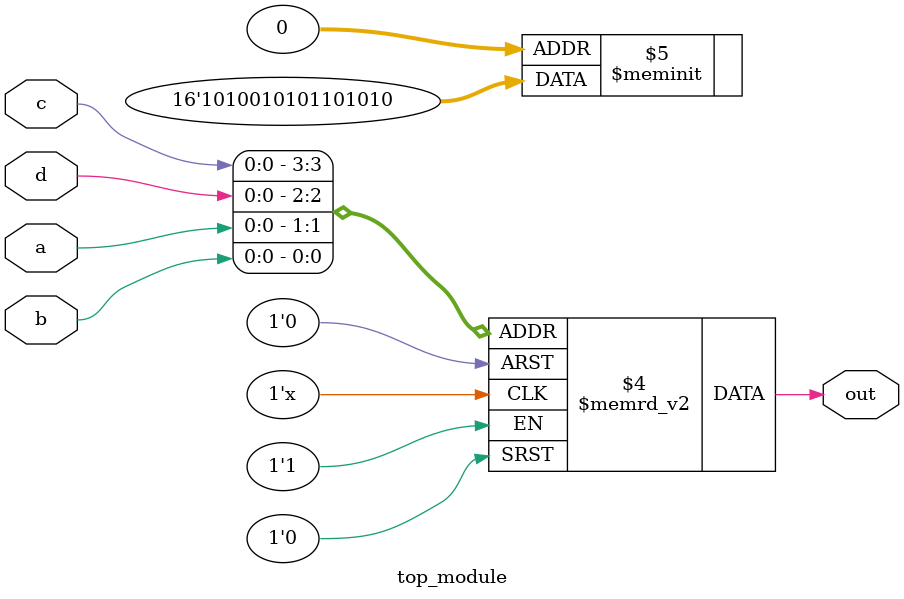
<source format=sv>
module top_module (
	input a, 
	input b,
	input c,
	input d,
	output reg out
);
	always @(*) begin
		case ({c, d, a, b})
			4'b0000: out = 1'b0;
			4'b0001: out = 1'b1;
			4'b0010: out = 1'b0;
			4'b0011: out = 1'b1;
			4'b0100: out = 1'b0;
			4'b0101: out = 1'b1;
			4'b0110: out = 1'b1;
			4'b0111: out = 1'b0;
			4'b1000: out = 1'b1;
			4'b1001: out = 1'b0;
			4'b1010: out = 1'b1;
			4'b1011: out = 1'b0;
			4'b1100: out = 1'b0;
			4'b1101: out = 1'b1;
			4'b1110: out = 1'b0;
			4'b1111: out = 1'b1;
		endcase
    end
endmodule

</source>
